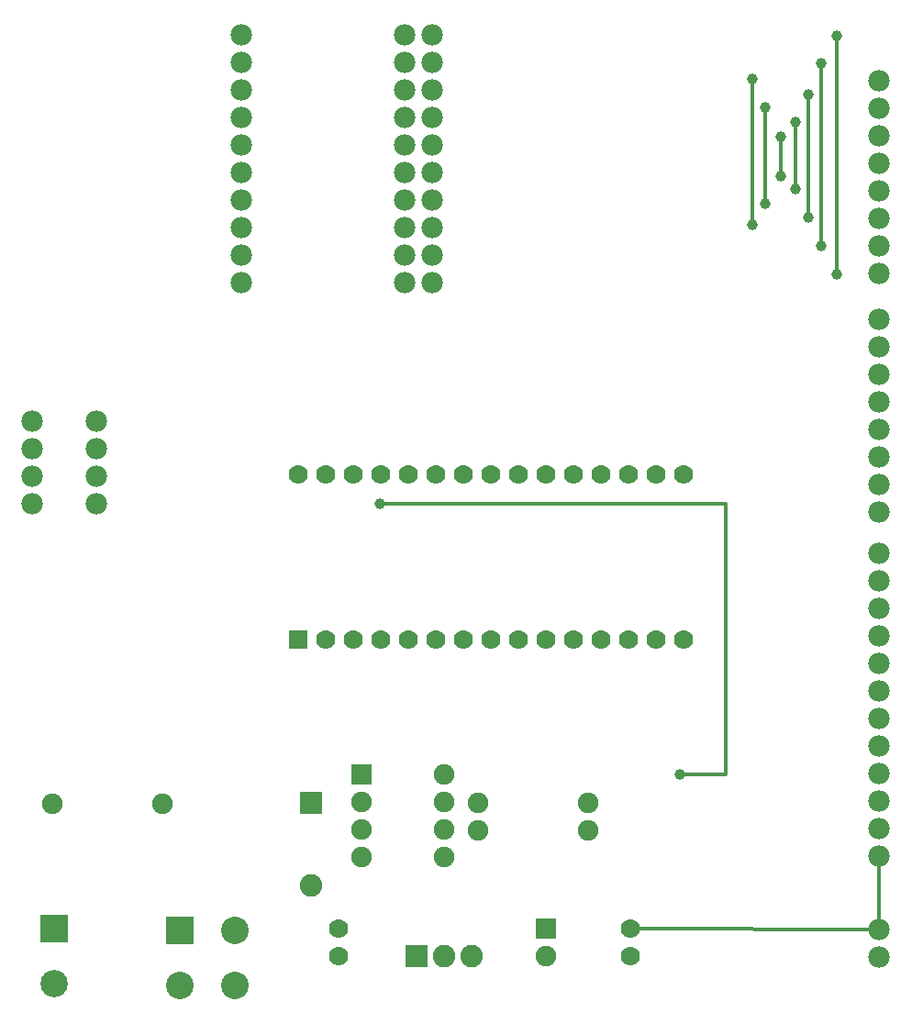
<source format=gtl>
G04 MADE WITH FRITZING*
G04 WWW.FRITZING.ORG*
G04 DOUBLE SIDED*
G04 HOLES PLATED*
G04 CONTOUR ON CENTER OF CONTOUR VECTOR*
%ASAXBY*%
%FSLAX23Y23*%
%MOIN*%
%OFA0B0*%
%SFA1.0B1.0*%
%ADD10C,0.100000*%
%ADD11C,0.070000*%
%ADD12C,0.075000*%
%ADD13C,0.082000*%
%ADD14C,0.078000*%
%ADD15C,0.039370*%
%ADD16C,0.099055*%
%ADD17R,0.100000X0.100000*%
%ADD18R,0.070000X0.069972*%
%ADD19R,0.075000X0.075000*%
%ADD20R,0.082000X0.082000*%
%ADD21R,0.099055X0.099055*%
%ADD22C,0.012000*%
%LNCOPPER1*%
G90*
G70*
G54D10*
X656Y550D03*
X856Y350D03*
X656Y350D03*
X856Y550D03*
G54D11*
X1087Y1607D03*
X1187Y1607D03*
X1287Y1607D03*
X1387Y1607D03*
X1487Y1607D03*
X1587Y1607D03*
X1687Y1607D03*
X1787Y1607D03*
X1887Y1607D03*
X1987Y1607D03*
X2087Y1607D03*
X2187Y1607D03*
X2287Y1607D03*
X2387Y1607D03*
X2487Y1607D03*
X1087Y2207D03*
X1187Y2207D03*
X1287Y2207D03*
X1387Y2207D03*
X1487Y2207D03*
X1587Y2207D03*
X1687Y2207D03*
X1787Y2207D03*
X1887Y2207D03*
X1987Y2207D03*
X2087Y2207D03*
X2187Y2207D03*
X2287Y2207D03*
X2387Y2207D03*
X2487Y2207D03*
X2295Y557D03*
X2295Y457D03*
X1233Y559D03*
X1233Y459D03*
G54D12*
X1989Y557D03*
X1989Y457D03*
X1318Y1118D03*
X1618Y1118D03*
X1318Y1018D03*
X1618Y1018D03*
X1318Y918D03*
X1618Y918D03*
X1318Y818D03*
X1618Y818D03*
X195Y1013D03*
X595Y1013D03*
G54D13*
X1134Y1014D03*
X1134Y716D03*
G54D12*
X1742Y914D03*
X2142Y914D03*
X1742Y1016D03*
X2142Y1016D03*
G54D13*
X1516Y459D03*
X1616Y459D03*
X1716Y459D03*
G54D14*
X3199Y2770D03*
X3199Y2670D03*
X3199Y2570D03*
X3199Y2470D03*
X3199Y2370D03*
X3199Y2270D03*
X3199Y2170D03*
X3199Y2070D03*
X3199Y3638D03*
X3199Y3538D03*
X3199Y3438D03*
X3199Y3338D03*
X3199Y3238D03*
X3199Y3138D03*
X3199Y3038D03*
X3199Y2938D03*
G54D15*
X1385Y2102D03*
X2474Y1118D03*
G54D14*
X3199Y1921D03*
X3199Y1821D03*
X3199Y1721D03*
X3199Y1621D03*
X3199Y1521D03*
X3199Y1421D03*
X3199Y1321D03*
X3199Y1221D03*
X3199Y1121D03*
X3199Y1021D03*
X3199Y921D03*
X3199Y821D03*
G54D15*
X2736Y3644D03*
X2785Y3542D03*
X2842Y3436D03*
X2893Y3245D03*
X2941Y3143D03*
X2989Y3038D03*
X3044Y2936D03*
X3044Y3800D03*
X2989Y3701D03*
X2941Y3587D03*
X2893Y3489D03*
X2842Y3293D03*
X2785Y3193D03*
X2736Y3114D03*
G54D14*
X3199Y555D03*
X3199Y455D03*
G54D16*
X200Y559D03*
X200Y359D03*
G54D14*
X1473Y3805D03*
X1473Y3705D03*
X1473Y3605D03*
X1473Y3505D03*
X1473Y3405D03*
X1473Y3305D03*
X1473Y3205D03*
X1473Y3105D03*
X1473Y3005D03*
X1473Y2905D03*
X1473Y3805D03*
X1473Y3705D03*
X1473Y3605D03*
X1473Y3505D03*
X1473Y3405D03*
X1473Y3305D03*
X1473Y3205D03*
X1473Y3105D03*
X1473Y3005D03*
X1473Y2905D03*
X1573Y2905D03*
X1573Y3005D03*
X1573Y3105D03*
X1573Y3205D03*
X1573Y3305D03*
X1573Y3405D03*
X1573Y3505D03*
X1573Y3605D03*
X1573Y3705D03*
X1573Y3805D03*
X882Y3805D03*
X882Y3705D03*
X882Y3605D03*
X882Y3505D03*
X882Y3405D03*
X882Y3305D03*
X882Y3205D03*
X882Y3105D03*
X882Y3005D03*
X882Y2905D03*
X353Y2402D03*
X353Y2302D03*
X353Y2202D03*
X353Y2102D03*
X122Y2402D03*
X122Y2302D03*
X122Y2202D03*
X122Y2102D03*
G54D17*
X656Y550D03*
G54D18*
X1087Y1607D03*
G54D19*
X1989Y557D03*
X1318Y1118D03*
G54D20*
X1134Y1015D03*
X1516Y459D03*
G54D21*
X200Y559D03*
G54D22*
X2641Y1118D02*
X2641Y2102D01*
D02*
X2641Y2102D02*
X1393Y2102D01*
D02*
X2482Y1118D02*
X2641Y1118D01*
D02*
X2785Y3534D02*
X2785Y3201D01*
D02*
X2842Y3429D02*
X2842Y3301D01*
D02*
X2893Y3253D02*
X2893Y3481D01*
D02*
X2941Y3151D02*
X2941Y3579D01*
D02*
X2989Y3046D02*
X2989Y3693D01*
D02*
X3044Y2944D02*
X3044Y3792D01*
D02*
X3180Y555D02*
X2310Y557D01*
D02*
X3199Y574D02*
X3199Y802D01*
D02*
X2736Y3636D02*
X2736Y3122D01*
G04 End of Copper1*
M02*
</source>
